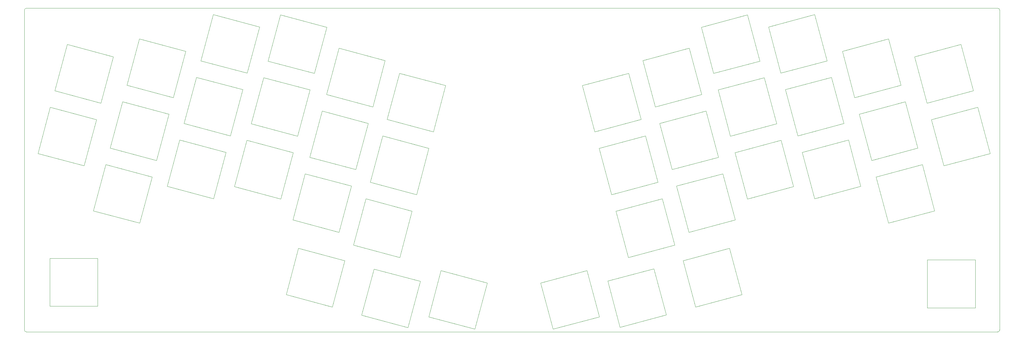
<source format=gm1>
G04 #@! TF.GenerationSoftware,KiCad,Pcbnew,7.0.5*
G04 #@! TF.CreationDate,2023-09-27T00:01:17-07:00*
G04 #@! TF.ProjectId,fox-ne,666f782d-6e65-42e6-9b69-6361645f7063,rev?*
G04 #@! TF.SameCoordinates,Original*
G04 #@! TF.FileFunction,Profile,NP*
%FSLAX46Y46*%
G04 Gerber Fmt 4.6, Leading zero omitted, Abs format (unit mm)*
G04 Created by KiCad (PCBNEW 7.0.5) date 2023-09-27 00:01:17*
%MOMM*%
%LPD*%
G01*
G04 APERTURE LIST*
G04 #@! TA.AperFunction,Profile*
%ADD10C,0.050000*%
G04 #@! TD*
G04 APERTURE END LIST*
D10*
X250820261Y-44400762D02*
X247196781Y-30877801D01*
X12081680Y-67959647D02*
X15705148Y-54436682D01*
X212085993Y-27344760D02*
X215709473Y-40867722D01*
X200980332Y-59308237D02*
X214503322Y-55684769D01*
X188839432Y-87408034D02*
X202362392Y-83784566D01*
X167510401Y-81217435D02*
X171133881Y-94740394D01*
X205962269Y-23809225D02*
X192439310Y-27432692D01*
X-5353365Y-116004187D02*
G75*
G03*
X-4853366Y-116504187I500000J0D01*
G01*
X276868051Y-64338462D02*
X273244602Y-50815500D01*
X104228539Y-40886504D02*
X100605075Y-54409466D01*
X239067562Y-73949429D02*
X235444081Y-60426468D01*
X225608968Y-23721293D02*
X212085993Y-27344760D01*
X65841029Y-37329901D02*
X79364003Y-40953367D01*
X247132417Y-84729415D02*
X260655374Y-81105946D01*
X74446438Y-59305956D02*
X78069910Y-45782997D01*
X198738912Y-70261604D02*
X185215953Y-73885068D01*
X260655374Y-81105946D02*
X257031925Y-67582985D01*
X181033360Y-77593971D02*
X167510401Y-81217435D01*
X86587376Y-87405744D02*
X90210849Y-73882780D01*
X116388420Y-98560690D02*
X129911387Y-102184163D01*
X90210849Y-73882780D02*
X76687882Y-70259312D01*
X126287922Y-115707121D02*
X112764948Y-112083657D01*
X100045954Y-37177602D02*
X86522996Y-33554137D01*
X16050004Y-109029984D02*
X2050003Y-109029985D01*
X187175090Y-95697941D02*
X200698049Y-92074477D01*
X-4853364Y-21904183D02*
X279146636Y-21904184D01*
X255737833Y-62753351D02*
X252114353Y-49230391D01*
X192527246Y-47079379D02*
X188903797Y-33556414D01*
X193821340Y-51909009D02*
X180298381Y-55532471D01*
X219420862Y-74037362D02*
X215797399Y-60514401D01*
X7099738Y-32460625D02*
X3476273Y-45983586D01*
X233673822Y-34501268D02*
X237297302Y-48024229D01*
X263345093Y-67961928D02*
X276868051Y-64338462D01*
X184656840Y-91116936D02*
X181033360Y-77593971D01*
X95128404Y-55530190D02*
X81605447Y-51906726D01*
X171133881Y-94740394D02*
X184656840Y-91116936D01*
X235444081Y-60426468D02*
X221921121Y-64049936D01*
X117751504Y-44509971D02*
X104228539Y-40886504D01*
X73064418Y-83782277D02*
X86587376Y-87405744D01*
X279646616Y-22404183D02*
G75*
G03*
X279146636Y-21904184I-500016J-17D01*
G01*
X63340785Y-27342480D02*
X49817818Y-23719013D01*
X54799752Y-59218037D02*
X58423219Y-45695073D01*
X162661859Y-112085427D02*
X149138901Y-115708899D01*
X197444804Y-65431969D02*
X193821340Y-51909009D01*
X268327029Y-32462898D02*
X254804072Y-36086363D01*
X204321512Y-105597435D02*
X190798555Y-109220908D01*
X110336383Y-101748152D02*
X106712910Y-115271117D01*
X49817818Y-23719013D02*
X46194351Y-37241977D01*
X-4853364Y-21904183D02*
G75*
G03*
X-5353364Y-22404183I1J-500001D01*
G01*
X243508953Y-71206449D02*
X247132417Y-84729415D01*
X36835394Y-52851577D02*
X23312431Y-49228109D01*
X230526524Y-42073887D02*
X217003567Y-45697356D01*
X14771404Y-81103669D02*
X28294365Y-84727133D01*
X161298737Y-58035227D02*
X174821710Y-54411759D01*
X36359230Y-73947164D02*
X49882191Y-77570623D01*
X209585750Y-37332188D02*
X205962269Y-23809225D01*
X129911387Y-102184163D02*
X126287922Y-115707121D01*
X165090495Y-101650242D02*
X178613453Y-98026770D01*
X259721644Y-54438966D02*
X263345093Y-67961928D01*
X2182186Y-50813216D02*
X-1441279Y-64336178D01*
X171198246Y-40888797D02*
X157675272Y-44512261D01*
X77981973Y-65429692D02*
X91504940Y-69053153D01*
X44900258Y-42071606D02*
X41276793Y-55594567D01*
X56005909Y-74035080D02*
X69528873Y-77658550D01*
X197356883Y-45785273D02*
X200980332Y-59308237D01*
X258540017Y-109459984D02*
X258540017Y-95459982D01*
X94393418Y-77591687D02*
X90769954Y-91114647D01*
X46194351Y-37241977D02*
X59717312Y-40865440D01*
X19688965Y-62751069D02*
X33211925Y-66374537D01*
X2050004Y-95029981D02*
X16050003Y-95029981D01*
X41752962Y-34498982D02*
X28230000Y-30875515D01*
X109210491Y-76385540D02*
X112833955Y-62862576D01*
X229232432Y-37244255D02*
X225608968Y-23721293D01*
X166216310Y-76387811D02*
X179739267Y-72764351D01*
X179739267Y-72764351D02*
X176115803Y-59241385D01*
X272540004Y-109459985D02*
X258540017Y-109459984D01*
X157675272Y-44512261D02*
X161298737Y-58035227D01*
X60923480Y-55682492D02*
X74446438Y-59305956D01*
X114128040Y-58032934D02*
X117751504Y-44509971D01*
X202362392Y-83784566D02*
X198738912Y-70261604D01*
X96813417Y-98124685D02*
X110336383Y-101748152D01*
X28294365Y-84727133D02*
X31917835Y-71204171D01*
X82987459Y-27430405D02*
X69464502Y-23806939D01*
X183921844Y-69055438D02*
X197444804Y-65431969D01*
X20622700Y-36084092D02*
X7099738Y-32460625D01*
X162592845Y-62864854D02*
X166216310Y-76387811D01*
X78069910Y-45782997D02*
X64546945Y-42159527D01*
X247196781Y-30877801D02*
X233673822Y-34501268D01*
X59717312Y-40865440D02*
X63340785Y-27342480D01*
X145515437Y-102185933D02*
X159038395Y-98562469D01*
X279646636Y-22404183D02*
X279646634Y-116004177D01*
X257031925Y-67582985D02*
X243508953Y-71206449D01*
X174821710Y-54411759D02*
X171198246Y-40888797D01*
X76687882Y-70259312D02*
X73064418Y-83782277D01*
X58423219Y-45695073D02*
X44900258Y-42071606D01*
X112764948Y-112083657D02*
X116388420Y-98560690D01*
X49882191Y-77570623D02*
X53505656Y-64047665D01*
X214503322Y-55684769D02*
X210879842Y-42161809D01*
X279146633Y-116504234D02*
G75*
G03*
X279646634Y-116004177I-33J500034D01*
G01*
X202274423Y-64137864D02*
X205897904Y-77660830D01*
X179004289Y-50702845D02*
X192527246Y-47079379D01*
X33211925Y-66374537D02*
X36835394Y-52851577D01*
X-4853366Y-116504187D02*
X279146633Y-116504177D01*
X24606533Y-44398478D02*
X38129497Y-48021942D01*
X90769954Y-91114647D02*
X104292920Y-94738111D01*
X18394871Y-67580704D02*
X14771404Y-81103669D01*
X217003567Y-45697356D02*
X220627030Y-59220317D01*
X196062791Y-40955652D02*
X209585750Y-37332188D01*
X215709473Y-40867722D02*
X229232432Y-37244255D01*
X180298381Y-55532471D02*
X183921844Y-69055438D01*
X205897904Y-77660830D02*
X219420862Y-74037362D01*
X112833955Y-62862576D02*
X99310998Y-59239108D01*
X252114353Y-49230391D02*
X238591396Y-52853857D01*
X271950510Y-45985857D02*
X268327029Y-32462898D01*
X84627918Y-109219123D02*
X71104960Y-105595650D01*
X254804072Y-36086363D02*
X258427551Y-49609325D01*
X-1441279Y-64336178D02*
X12081680Y-67959647D01*
X220627030Y-59220317D02*
X234149988Y-55596856D01*
X86522996Y-33554137D02*
X82899531Y-47077097D01*
X149138901Y-115708899D02*
X145515437Y-102185933D01*
X81605447Y-51906726D02*
X77981973Y-65429692D01*
X16050003Y-95029981D02*
X16050004Y-109029984D01*
X74728418Y-92072692D02*
X88251391Y-95696156D01*
X234149988Y-55596856D02*
X230526524Y-42073887D01*
X258540017Y-95459982D02*
X272540004Y-95459981D01*
X178613453Y-98026770D02*
X182236917Y-111549737D01*
X71104960Y-105595650D02*
X74728418Y-92072692D01*
X272540004Y-95459981D02*
X272540004Y-109459985D01*
X79364003Y-40953367D02*
X82987459Y-27430405D01*
X100605075Y-54409466D02*
X114128040Y-58032934D01*
X93189952Y-111647644D02*
X96813417Y-98124685D01*
X107916392Y-81215153D02*
X94393418Y-77591687D01*
X182236917Y-111549737D02*
X168713959Y-115173201D01*
X96422490Y-50700567D02*
X100045954Y-37177602D01*
X53505656Y-64047665D02*
X39982689Y-60424196D01*
X3476273Y-45983586D02*
X16999234Y-49607055D01*
X15705148Y-54436682D02*
X2182186Y-50813216D01*
X215797399Y-60514401D02*
X202274423Y-64137864D01*
X210879842Y-42161809D02*
X197356883Y-45785273D01*
X273244602Y-50815500D02*
X259721644Y-54438966D01*
X185215953Y-73885068D02*
X188839432Y-87408034D01*
X176115803Y-59241385D02*
X162592845Y-62864854D01*
X23312431Y-49228109D02*
X19688965Y-62751069D01*
X16999234Y-49607055D02*
X20622700Y-36084092D01*
X258427551Y-49609325D02*
X271950510Y-45985857D01*
X221921121Y-64049936D02*
X225544601Y-77572898D01*
X69528873Y-77658550D02*
X73152337Y-64135583D01*
X73152337Y-64135583D02*
X59629373Y-60512122D01*
X28230000Y-30875515D02*
X24606533Y-44398478D01*
X88251391Y-95696156D02*
X84627918Y-109219123D01*
X106712910Y-115271117D02*
X93189952Y-111647644D01*
X82899531Y-47077097D02*
X96422490Y-50700567D01*
X237297302Y-48024229D02*
X250820261Y-44400762D01*
X69464502Y-23806939D02*
X65841029Y-37329901D01*
X104292920Y-94738111D02*
X107916392Y-81215153D01*
X2050003Y-109029985D02*
X2050004Y-95029981D01*
X31917835Y-71204171D02*
X18394871Y-67580704D01*
X188903797Y-33556414D02*
X175380840Y-37179881D01*
X168713959Y-115173201D02*
X165090495Y-101650242D01*
X95687525Y-72762070D02*
X109210491Y-76385540D01*
X225544601Y-77572898D02*
X239067562Y-73949429D01*
X99310998Y-59239108D02*
X95687525Y-72762070D01*
X64546945Y-42159527D02*
X60923480Y-55682492D01*
X39982689Y-60424196D02*
X36359230Y-73947164D01*
X38129497Y-48021942D02*
X41752962Y-34498982D01*
X242214859Y-66376818D02*
X255737833Y-62753351D01*
X192439310Y-27432692D02*
X196062791Y-40955652D01*
X175380840Y-37179881D02*
X179004289Y-50702845D01*
X-5353364Y-22404183D02*
X-5353365Y-116004187D01*
X200698049Y-92074477D02*
X204321512Y-105597435D01*
X159038395Y-98562469D02*
X162661859Y-112085427D01*
X91504940Y-69053153D02*
X95128404Y-55530190D01*
X190798555Y-109220908D02*
X187175090Y-95697941D01*
X59629373Y-60512122D02*
X56005909Y-74035080D01*
X41276793Y-55594567D02*
X54799752Y-59218037D01*
X238591396Y-52853857D02*
X242214859Y-66376818D01*
M02*

</source>
